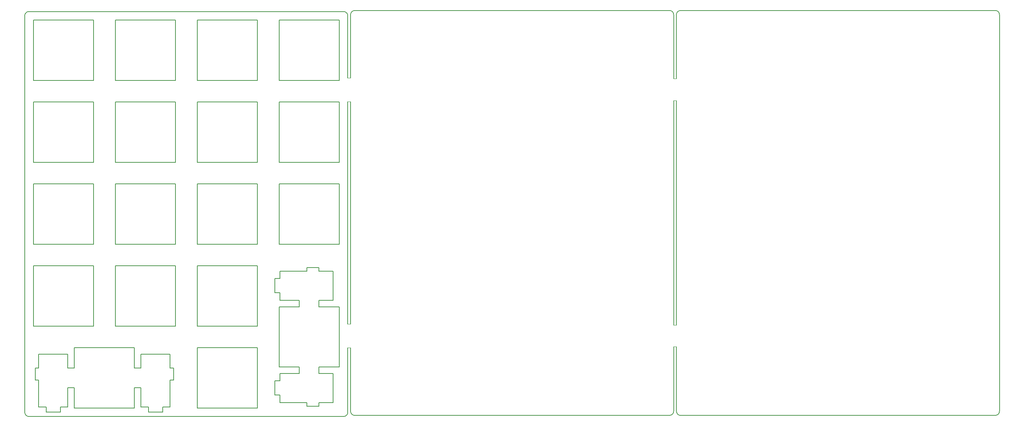
<source format=gbr>
G04 #@! TF.GenerationSoftware,KiCad,Pcbnew,(5.1.7)-1*
G04 #@! TF.CreationDate,2020-12-28T20:24:07-08:00*
G04 #@! TF.ProjectId,dropout,64726f70-6f75-4742-9e6b-696361645f70,rev?*
G04 #@! TF.SameCoordinates,Original*
G04 #@! TF.FileFunction,Profile,NP*
%FSLAX46Y46*%
G04 Gerber Fmt 4.6, Leading zero omitted, Abs format (unit mm)*
G04 Created by KiCad (PCBNEW (5.1.7)-1) date 2020-12-28 20:24:07*
%MOMM*%
%LPD*%
G01*
G04 APERTURE LIST*
G04 #@! TA.AperFunction,Profile*
%ADD10C,0.050000*%
G04 #@! TD*
G04 #@! TA.AperFunction,Profile*
%ADD11C,0.150000*%
G04 #@! TD*
G04 APERTURE END LIST*
D10*
X212708432Y-123700000D02*
X213338432Y-123700000D01*
X212708432Y-128700000D02*
X213338431Y-128700000D01*
X212708432Y-66400000D02*
X213338432Y-66400000D01*
X213338431Y-71500000D02*
X212708432Y-71500000D01*
X136907958Y-123445000D02*
X137547956Y-123466000D01*
X136907957Y-128980000D02*
X137547957Y-128946000D01*
X136907958Y-66253000D02*
X137547956Y-66267000D01*
X137547957Y-71755000D02*
X136907958Y-71748000D01*
D11*
X213338432Y-66400000D02*
X213328157Y-59553615D01*
X213338432Y-123700000D02*
X213338431Y-71500000D01*
X213328157Y-143753776D02*
X213338431Y-128700000D01*
X212708432Y-128700000D02*
X212697757Y-143753615D01*
X212708432Y-71500000D02*
X212708432Y-123700000D01*
X212697757Y-51553615D02*
X212708432Y-66400000D01*
X213328157Y-51553615D02*
G75*
G02*
X214328157Y-50553615I1000000J0D01*
G01*
X213328157Y-59553615D02*
X213328157Y-51553615D01*
X287477957Y-50553615D02*
G75*
G02*
X288477957Y-51553615I0J-1000000D01*
G01*
X214328157Y-144753776D02*
G75*
G02*
X213328157Y-143753776I0J1000000D01*
G01*
X214328157Y-50553615D02*
X287477957Y-50553615D01*
X260427957Y-144753776D02*
X287477957Y-144753776D01*
X288477957Y-143753776D02*
G75*
G02*
X287477957Y-144753776I-1000000J0D01*
G01*
X260427957Y-144753776D02*
X214328157Y-144753776D01*
X288478433Y-124410044D02*
X288478433Y-67260068D01*
X288478433Y-67260068D02*
X288477957Y-51553615D01*
X288477957Y-143753776D02*
X288478433Y-124410044D01*
X137547957Y-128946000D02*
X137547957Y-143753776D01*
X137547957Y-71755000D02*
X137547956Y-123466000D01*
X136907958Y-66253000D02*
X136907482Y-51803325D01*
X136907958Y-123445000D02*
X136907958Y-71748000D01*
X136907482Y-144003486D02*
X136907957Y-128980000D01*
X101857957Y-104902976D02*
X101857957Y-90903676D01*
X82807957Y-123953176D02*
X82807957Y-109953776D01*
X82807957Y-109953776D02*
X96807257Y-109953776D01*
X115857257Y-123953176D02*
X101857957Y-123953176D01*
X115857257Y-109953776D02*
X115857257Y-123953176D01*
X115857257Y-129003676D02*
X115857257Y-143003136D01*
X120907957Y-52803676D02*
X134907257Y-52803676D01*
X121137957Y-136728926D02*
X119937857Y-136728926D01*
X120907957Y-133478176D02*
X125608357Y-133478176D01*
X121137957Y-112928876D02*
X119937857Y-112928876D01*
X133438257Y-117953176D02*
X133438257Y-111203476D01*
X130208257Y-119478676D02*
X130208257Y-117953176D01*
X134907257Y-119478676D02*
X130208257Y-119478676D01*
X134907257Y-133478176D02*
X134907257Y-119478676D01*
X130208257Y-135003676D02*
X130208257Y-133478176D01*
X130208257Y-141753256D02*
X133438257Y-141753256D01*
X121137957Y-116227876D02*
X121137957Y-117953176D01*
X95557557Y-133704176D02*
X95557557Y-130473976D01*
X121137957Y-140027966D02*
X121137957Y-141753256D01*
X130208257Y-142578706D02*
X130208257Y-141753256D01*
X127408257Y-142578706D02*
X130208257Y-142578706D01*
X127408257Y-141753256D02*
X127408257Y-142578706D01*
X101857957Y-129003676D02*
X115857257Y-129003676D01*
X125608357Y-135003676D02*
X121137957Y-135003676D01*
X115857257Y-143003136D02*
X101857957Y-143003136D01*
X125608357Y-119478676D02*
X120907957Y-119478676D01*
X119937857Y-140027966D02*
X121137957Y-140027966D01*
X125608357Y-133478176D02*
X125608357Y-135003676D01*
X87282357Y-133704176D02*
X87282357Y-129003676D01*
X88807857Y-133704176D02*
X87282357Y-133704176D01*
X87282357Y-129003676D02*
X73282957Y-129003676D01*
X121137957Y-135003676D02*
X121137957Y-136728926D01*
X120907957Y-119478676D02*
X120907957Y-133478176D01*
X125608357Y-117953176D02*
X125608357Y-119478676D01*
X101857957Y-143003136D02*
X101857957Y-129003676D01*
X119937857Y-112928876D02*
X119937857Y-116227876D01*
X130208257Y-110378076D02*
X127408257Y-110378076D01*
X127408257Y-110378076D02*
X127408257Y-111203476D01*
X130208257Y-111203476D02*
X130208257Y-110378076D01*
X130208257Y-117953176D02*
X133438257Y-117953176D01*
X119937857Y-136728926D02*
X119937857Y-140027966D01*
X121137957Y-141753256D02*
X127408257Y-141753256D01*
X127408257Y-111203476D02*
X121137957Y-111203476D01*
X121137957Y-117953176D02*
X125608357Y-117953176D01*
X133438257Y-111203476D02*
X130208257Y-111203476D01*
X130208257Y-133478176D02*
X134907257Y-133478176D01*
X119937857Y-116227876D02*
X121137957Y-116227876D01*
X121137957Y-111203476D02*
X121137957Y-112928876D01*
X95557557Y-130473976D02*
X88807857Y-130473976D01*
X133438257Y-135003676D02*
X130208257Y-135003676D01*
X133438257Y-141753256D02*
X133438257Y-135003676D01*
X88807857Y-130473976D02*
X88807857Y-133704176D01*
X63757907Y-90903676D02*
X77757457Y-90903676D01*
X101857957Y-109953776D02*
X115857257Y-109953776D01*
X101857957Y-90903676D02*
X115857257Y-90903676D01*
X63757907Y-109953776D02*
X77757457Y-109953776D01*
X134907257Y-52803676D02*
X134907257Y-66802976D01*
X82807957Y-71852276D02*
X96807257Y-71852276D01*
X82807957Y-90903676D02*
X96807257Y-90903676D01*
X96807257Y-104902976D02*
X82807957Y-104902976D01*
X63757907Y-85852976D02*
X63757907Y-71852276D01*
X77757457Y-85852976D02*
X63757907Y-85852976D01*
X77757457Y-71852276D02*
X77757457Y-85852976D01*
X96807257Y-90903676D02*
X96807257Y-104902976D01*
X120907957Y-71852276D02*
X134907257Y-71852276D01*
X77757457Y-104902976D02*
X63757907Y-104902976D01*
X120907957Y-104902976D02*
X120907957Y-90903676D01*
X63757907Y-71852276D02*
X77757457Y-71852276D01*
X96807257Y-85852976D02*
X82807957Y-85852976D01*
X115857257Y-71852276D02*
X115857257Y-85852976D01*
X96807257Y-109953776D02*
X96807257Y-123953176D01*
X120907957Y-85852976D02*
X120907957Y-71852276D01*
X134907257Y-90903676D02*
X134907257Y-104902976D01*
X134907257Y-71852276D02*
X134907257Y-85852976D01*
X134907257Y-85852976D02*
X120907957Y-85852976D01*
X115857257Y-90903676D02*
X115857257Y-104902976D01*
X77757457Y-123953176D02*
X63757907Y-123953176D01*
X96807257Y-123953176D02*
X82807957Y-123953176D01*
X82807957Y-85852976D02*
X82807957Y-71852276D01*
X82807957Y-104902976D02*
X82807957Y-90903676D01*
X101857957Y-85852976D02*
X101857957Y-71852276D01*
X115857257Y-85852976D02*
X101857957Y-85852976D01*
X101857957Y-71852276D02*
X115857257Y-71852276D01*
X134907257Y-104902976D02*
X120907957Y-104902976D01*
X63757907Y-123953176D02*
X63757907Y-109953776D01*
X63757907Y-104902976D02*
X63757907Y-90903676D01*
X101857957Y-123953176D02*
X101857957Y-109953776D01*
X120907957Y-90903676D02*
X134907257Y-90903676D01*
X77757457Y-90903676D02*
X77757457Y-104902976D01*
X77757457Y-109953776D02*
X77757457Y-123953176D01*
X115857257Y-104902976D02*
X101857957Y-104902976D01*
X96807257Y-71852276D02*
X96807257Y-85852976D01*
X61757682Y-144003486D02*
X61757682Y-59803325D01*
X63757907Y-66802976D02*
X63757907Y-52803676D01*
X108857482Y-145003486D02*
X62757682Y-145003486D01*
X101857957Y-52803676D02*
X115857257Y-52803676D01*
X82807957Y-66802976D02*
X82807957Y-52803676D01*
X115857257Y-66802976D02*
X101857957Y-66802976D01*
X136907482Y-144003486D02*
G75*
G02*
X135907482Y-145003486I-1000000J0D01*
G01*
X62757682Y-50803325D02*
X135907482Y-50803325D01*
X101857957Y-66802976D02*
X101857957Y-52803676D01*
X61757682Y-59803325D02*
X61757682Y-51803325D01*
X61757682Y-51803325D02*
G75*
G02*
X62757682Y-50803325I1000000J0D01*
G01*
X77757457Y-52803676D02*
X77757457Y-66802976D01*
X135907482Y-50803325D02*
G75*
G02*
X136907482Y-51803325I0J-1000000D01*
G01*
X63757907Y-52803676D02*
X77757457Y-52803676D01*
X96807257Y-52803676D02*
X96807257Y-66802976D01*
X120907957Y-66802976D02*
X120907957Y-52803676D01*
X134907257Y-66802976D02*
X120907957Y-66802976D01*
X62757682Y-145003486D02*
G75*
G02*
X61757682Y-144003486I0J1000000D01*
G01*
X115857257Y-52803676D02*
X115857257Y-66802976D01*
X108857482Y-145003486D02*
X135907482Y-145003486D01*
X82807957Y-52803676D02*
X96807257Y-52803676D01*
X96807257Y-66802976D02*
X82807957Y-66802976D01*
X73282957Y-143003136D02*
X87282357Y-143003136D01*
X65007807Y-142773006D02*
X66733097Y-142773006D01*
X66733097Y-142773006D02*
X66733097Y-143973276D01*
X96382957Y-133704176D02*
X95557557Y-133704176D01*
X96382957Y-136502936D02*
X96382957Y-133704176D01*
X95557557Y-142773006D02*
X95557557Y-136502936D01*
X70032107Y-142773006D02*
X71757457Y-142773006D01*
X70032107Y-143973276D02*
X70032107Y-142773006D01*
X95557557Y-136502936D02*
X96382957Y-136502936D01*
X93832257Y-142773006D02*
X95557557Y-142773006D01*
X64182347Y-136502936D02*
X65007807Y-136502936D01*
X93832257Y-143973276D02*
X93832257Y-142773006D01*
X90533157Y-143973276D02*
X93832257Y-143973276D01*
X90533157Y-142773006D02*
X90533157Y-143973276D01*
X66733097Y-143973276D02*
X70032107Y-143973276D01*
X87282357Y-143003136D02*
X87282357Y-138302666D01*
X88807857Y-142773006D02*
X90533157Y-142773006D01*
X73282957Y-138302666D02*
X73282957Y-143003136D01*
X87282357Y-138302666D02*
X88807857Y-138302666D01*
X71757457Y-138302666D02*
X73282957Y-138302666D01*
X71757457Y-142773006D02*
X71757457Y-138302666D01*
X65007807Y-136502936D02*
X65007807Y-142773006D01*
X88807857Y-138302666D02*
X88807857Y-142773006D01*
X65007807Y-133704176D02*
X64182347Y-133704176D01*
X73282957Y-133704176D02*
X71757457Y-133704176D01*
X65007807Y-130473976D02*
X65007807Y-133704176D01*
X71757457Y-130473976D02*
X65007807Y-130473976D01*
X71757457Y-133704176D02*
X71757457Y-130473976D01*
X73282957Y-129003676D02*
X73282957Y-133704176D01*
X64182347Y-133704176D02*
X64182347Y-136502936D01*
X77757457Y-66802976D02*
X63757907Y-66802976D01*
X138547957Y-144753776D02*
G75*
G02*
X137547957Y-143753776I0J1000000D01*
G01*
X184647757Y-144753776D02*
X211697757Y-144753776D01*
X138547957Y-50553615D02*
X211697757Y-50553615D01*
X137547957Y-51553615D02*
G75*
G02*
X138547957Y-50553615I1000000J0D01*
G01*
X184647757Y-144753776D02*
X138547957Y-144753776D01*
X211697757Y-50553615D02*
G75*
G02*
X212697757Y-51553615I0J-1000000D01*
G01*
X212697757Y-143753776D02*
G75*
G02*
X211697757Y-144753776I-1000000J0D01*
G01*
X137547956Y-66267000D02*
X137547957Y-51553615D01*
M02*

</source>
